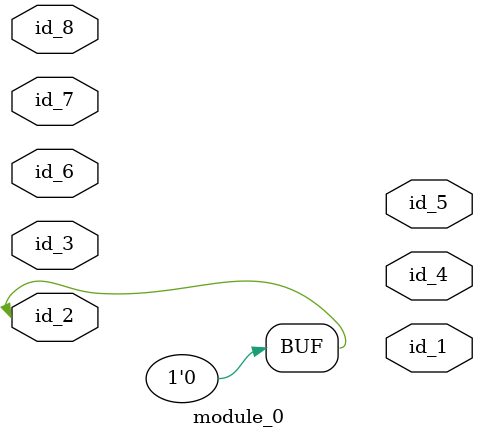
<source format=v>
`define pp_8 0
module module_0 (
    id_1,
    id_2,
    id_3,
    id_4,
    id_5,
    id_6,
    id_7,
    id_8
);
  input id_8;
  input id_7;
  inout id_6;
  output id_5;
  output id_4;
  inout id_3;
  inout id_2;
  output id_1;
  assign id_4[1] = 1;
  assign id_2 = 1'd0 && 1 == 1;
  wor id_8;
  assign id_8[1] = 1;
endmodule

</source>
